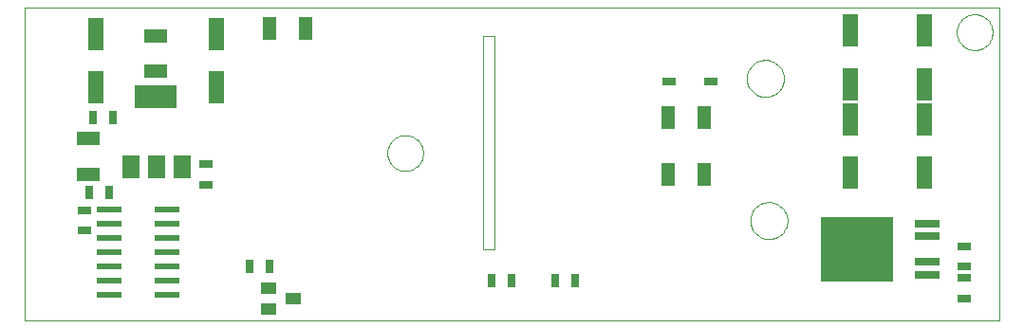
<source format=gtp>
G75*
G70*
%OFA0B0*%
%FSLAX24Y24*%
%IPPOS*%
%LPD*%
%AMOC8*
5,1,8,0,0,1.08239X$1,22.5*
%
%ADD10C,0.0000*%
%ADD11R,0.2520X0.2283*%
%ADD12R,0.0866X0.0315*%
%ADD13R,0.0472X0.0315*%
%ADD14R,0.0315X0.0472*%
%ADD15R,0.0551X0.1181*%
%ADD16R,0.0590X0.0790*%
%ADD17R,0.1500X0.0790*%
%ADD18R,0.0870X0.0240*%
%ADD19R,0.0787X0.0472*%
%ADD20R,0.0472X0.0276*%
%ADD21R,0.0472X0.0787*%
%ADD22R,0.0551X0.0394*%
D10*
X000175Y005250D02*
X000175Y016246D01*
X034420Y016246D01*
X034420Y005250D01*
X000175Y005250D01*
X012920Y011125D02*
X012922Y011175D01*
X012928Y011225D01*
X012938Y011274D01*
X012952Y011322D01*
X012969Y011369D01*
X012990Y011414D01*
X013015Y011458D01*
X013043Y011499D01*
X013075Y011538D01*
X013109Y011575D01*
X013146Y011609D01*
X013186Y011639D01*
X013228Y011666D01*
X013272Y011690D01*
X013318Y011711D01*
X013365Y011727D01*
X013413Y011740D01*
X013463Y011749D01*
X013512Y011754D01*
X013563Y011755D01*
X013613Y011752D01*
X013662Y011745D01*
X013711Y011734D01*
X013759Y011719D01*
X013805Y011701D01*
X013850Y011679D01*
X013893Y011653D01*
X013934Y011624D01*
X013973Y011592D01*
X014009Y011557D01*
X014041Y011519D01*
X014071Y011479D01*
X014098Y011436D01*
X014121Y011392D01*
X014140Y011346D01*
X014156Y011298D01*
X014168Y011249D01*
X014176Y011200D01*
X014180Y011150D01*
X014180Y011100D01*
X014176Y011050D01*
X014168Y011001D01*
X014156Y010952D01*
X014140Y010904D01*
X014121Y010858D01*
X014098Y010814D01*
X014071Y010771D01*
X014041Y010731D01*
X014009Y010693D01*
X013973Y010658D01*
X013934Y010626D01*
X013893Y010597D01*
X013850Y010571D01*
X013805Y010549D01*
X013759Y010531D01*
X013711Y010516D01*
X013662Y010505D01*
X013613Y010498D01*
X013563Y010495D01*
X013512Y010496D01*
X013463Y010501D01*
X013413Y010510D01*
X013365Y010523D01*
X013318Y010539D01*
X013272Y010560D01*
X013228Y010584D01*
X013186Y010611D01*
X013146Y010641D01*
X013109Y010675D01*
X013075Y010712D01*
X013043Y010751D01*
X013015Y010792D01*
X012990Y010836D01*
X012969Y010881D01*
X012952Y010928D01*
X012938Y010976D01*
X012928Y011025D01*
X012922Y011075D01*
X012920Y011125D01*
X016300Y007750D02*
X016675Y007750D01*
X016675Y015250D01*
X016300Y015250D01*
X016300Y007750D01*
X025675Y008750D02*
X025677Y008800D01*
X025683Y008850D01*
X025693Y008900D01*
X025706Y008948D01*
X025723Y008996D01*
X025744Y009042D01*
X025768Y009086D01*
X025796Y009128D01*
X025827Y009168D01*
X025861Y009205D01*
X025898Y009240D01*
X025937Y009271D01*
X025978Y009300D01*
X026022Y009325D01*
X026068Y009347D01*
X026115Y009365D01*
X026163Y009379D01*
X026212Y009390D01*
X026262Y009397D01*
X026312Y009400D01*
X026363Y009399D01*
X026413Y009394D01*
X026463Y009385D01*
X026511Y009373D01*
X026559Y009356D01*
X026605Y009336D01*
X026650Y009313D01*
X026693Y009286D01*
X026733Y009256D01*
X026771Y009223D01*
X026806Y009187D01*
X026839Y009148D01*
X026868Y009107D01*
X026894Y009064D01*
X026917Y009019D01*
X026936Y008972D01*
X026951Y008924D01*
X026963Y008875D01*
X026971Y008825D01*
X026975Y008775D01*
X026975Y008725D01*
X026971Y008675D01*
X026963Y008625D01*
X026951Y008576D01*
X026936Y008528D01*
X026917Y008481D01*
X026894Y008436D01*
X026868Y008393D01*
X026839Y008352D01*
X026806Y008313D01*
X026771Y008277D01*
X026733Y008244D01*
X026693Y008214D01*
X026650Y008187D01*
X026605Y008164D01*
X026559Y008144D01*
X026511Y008127D01*
X026463Y008115D01*
X026413Y008106D01*
X026363Y008101D01*
X026312Y008100D01*
X026262Y008103D01*
X026212Y008110D01*
X026163Y008121D01*
X026115Y008135D01*
X026068Y008153D01*
X026022Y008175D01*
X025978Y008200D01*
X025937Y008229D01*
X025898Y008260D01*
X025861Y008295D01*
X025827Y008332D01*
X025796Y008372D01*
X025768Y008414D01*
X025744Y008458D01*
X025723Y008504D01*
X025706Y008552D01*
X025693Y008600D01*
X025683Y008650D01*
X025677Y008700D01*
X025675Y008750D01*
X025550Y013750D02*
X025552Y013800D01*
X025558Y013850D01*
X025568Y013900D01*
X025581Y013948D01*
X025598Y013996D01*
X025619Y014042D01*
X025643Y014086D01*
X025671Y014128D01*
X025702Y014168D01*
X025736Y014205D01*
X025773Y014240D01*
X025812Y014271D01*
X025853Y014300D01*
X025897Y014325D01*
X025943Y014347D01*
X025990Y014365D01*
X026038Y014379D01*
X026087Y014390D01*
X026137Y014397D01*
X026187Y014400D01*
X026238Y014399D01*
X026288Y014394D01*
X026338Y014385D01*
X026386Y014373D01*
X026434Y014356D01*
X026480Y014336D01*
X026525Y014313D01*
X026568Y014286D01*
X026608Y014256D01*
X026646Y014223D01*
X026681Y014187D01*
X026714Y014148D01*
X026743Y014107D01*
X026769Y014064D01*
X026792Y014019D01*
X026811Y013972D01*
X026826Y013924D01*
X026838Y013875D01*
X026846Y013825D01*
X026850Y013775D01*
X026850Y013725D01*
X026846Y013675D01*
X026838Y013625D01*
X026826Y013576D01*
X026811Y013528D01*
X026792Y013481D01*
X026769Y013436D01*
X026743Y013393D01*
X026714Y013352D01*
X026681Y013313D01*
X026646Y013277D01*
X026608Y013244D01*
X026568Y013214D01*
X026525Y013187D01*
X026480Y013164D01*
X026434Y013144D01*
X026386Y013127D01*
X026338Y013115D01*
X026288Y013106D01*
X026238Y013101D01*
X026187Y013100D01*
X026137Y013103D01*
X026087Y013110D01*
X026038Y013121D01*
X025990Y013135D01*
X025943Y013153D01*
X025897Y013175D01*
X025853Y013200D01*
X025812Y013229D01*
X025773Y013260D01*
X025736Y013295D01*
X025702Y013332D01*
X025671Y013372D01*
X025643Y013414D01*
X025619Y013458D01*
X025598Y013504D01*
X025581Y013552D01*
X025568Y013600D01*
X025558Y013650D01*
X025552Y013700D01*
X025550Y013750D01*
X032920Y015375D02*
X032922Y015425D01*
X032928Y015475D01*
X032938Y015524D01*
X032952Y015572D01*
X032969Y015619D01*
X032990Y015664D01*
X033015Y015708D01*
X033043Y015749D01*
X033075Y015788D01*
X033109Y015825D01*
X033146Y015859D01*
X033186Y015889D01*
X033228Y015916D01*
X033272Y015940D01*
X033318Y015961D01*
X033365Y015977D01*
X033413Y015990D01*
X033463Y015999D01*
X033512Y016004D01*
X033563Y016005D01*
X033613Y016002D01*
X033662Y015995D01*
X033711Y015984D01*
X033759Y015969D01*
X033805Y015951D01*
X033850Y015929D01*
X033893Y015903D01*
X033934Y015874D01*
X033973Y015842D01*
X034009Y015807D01*
X034041Y015769D01*
X034071Y015729D01*
X034098Y015686D01*
X034121Y015642D01*
X034140Y015596D01*
X034156Y015548D01*
X034168Y015499D01*
X034176Y015450D01*
X034180Y015400D01*
X034180Y015350D01*
X034176Y015300D01*
X034168Y015251D01*
X034156Y015202D01*
X034140Y015154D01*
X034121Y015108D01*
X034098Y015064D01*
X034071Y015021D01*
X034041Y014981D01*
X034009Y014943D01*
X033973Y014908D01*
X033934Y014876D01*
X033893Y014847D01*
X033850Y014821D01*
X033805Y014799D01*
X033759Y014781D01*
X033711Y014766D01*
X033662Y014755D01*
X033613Y014748D01*
X033563Y014745D01*
X033512Y014746D01*
X033463Y014751D01*
X033413Y014760D01*
X033365Y014773D01*
X033318Y014789D01*
X033272Y014810D01*
X033228Y014834D01*
X033186Y014861D01*
X033146Y014891D01*
X033109Y014925D01*
X033075Y014962D01*
X033043Y015001D01*
X033015Y015042D01*
X032990Y015086D01*
X032969Y015131D01*
X032952Y015178D01*
X032938Y015226D01*
X032928Y015275D01*
X032922Y015325D01*
X032920Y015375D01*
D11*
X029406Y007750D03*
D12*
X031887Y007301D03*
X031887Y006852D03*
X031887Y008199D03*
X031887Y008648D03*
D13*
X033175Y007854D03*
X033175Y007146D03*
X033175Y006729D03*
X033175Y006021D03*
X006550Y010021D03*
X006550Y010729D03*
X002300Y009104D03*
X002300Y008396D03*
D14*
X002446Y009750D03*
X003154Y009750D03*
X008071Y007125D03*
X008779Y007125D03*
X016571Y006625D03*
X017279Y006625D03*
X018821Y006625D03*
X019529Y006625D03*
X003279Y012375D03*
X002571Y012375D03*
D15*
X002675Y013430D03*
X002675Y015320D03*
X006925Y015320D03*
X006925Y013430D03*
X029175Y013555D03*
X029175Y012320D03*
X031800Y012320D03*
X031800Y013555D03*
X031800Y015445D03*
X029175Y015445D03*
X029175Y010430D03*
X031800Y010430D03*
D16*
X005710Y010635D03*
X004810Y010635D03*
X003910Y010635D03*
D17*
X004800Y013115D03*
D18*
X005200Y009125D03*
X005200Y008625D03*
X005200Y008125D03*
X005200Y007625D03*
X005200Y007125D03*
X005200Y006625D03*
X005200Y006125D03*
X003150Y006125D03*
X003150Y006625D03*
X003150Y007125D03*
X003150Y007625D03*
X003150Y008125D03*
X003150Y008625D03*
X003150Y009125D03*
D19*
X002425Y010370D03*
X002425Y011630D03*
X004800Y013995D03*
X004800Y015255D03*
D20*
X022822Y013625D03*
X024278Y013625D03*
D21*
X024055Y012375D03*
X022795Y012375D03*
X022795Y010375D03*
X024055Y010375D03*
X010055Y015500D03*
X008795Y015500D03*
D22*
X008742Y006374D03*
X009608Y006000D03*
X008742Y005626D03*
M02*

</source>
